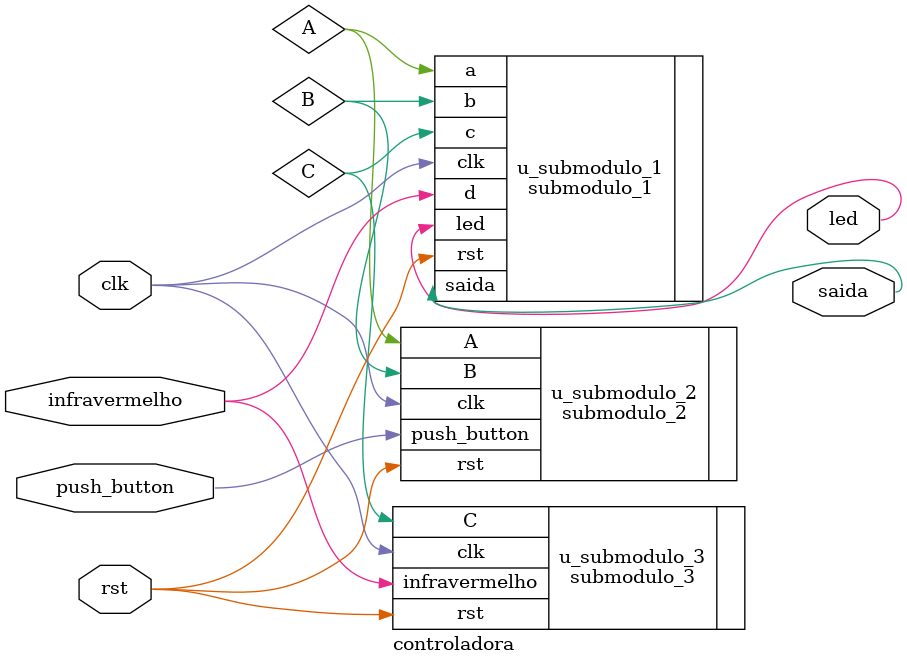
<source format=sv>
module controladora #(
  parameter DEBOUNCE_P = 300,          // Tempo de debounce do botão (em ms)
  parameter SWITCH_MODE_MIN_T = 5000, // Tempo mínimo para mudar o modo (em ms)
  parameter AUTO_SHUTDOWN_T = 30000   // Tempo de desligamento automático (em ms)
) (
  input wire clk, rst,                 // Clock e reset
  input logic infravermelho,           // Sinal de infravermelho
  input logic push_button,             // Botão de controle
  output logic led, saida              // Saídas do sistema
);

// Sinais internos para comunicação entre os submódulos
logic A, B, C;                         // Saídas dos submódulos

// Instância do submódulo 1 (máquina principal)
submodulo_1 u_submodulo_1 (
  .clk(clk),
  .rst(rst),
  .a(A),
  .b(B),
  .c(C),
  .d(infravermelho),
  .led(led),
  .saida(saida)
);

// Instância do submódulo 2 (controle do botão)
submodulo_2 #(
  .DEBOUNCE_P(DEBOUNCE_P),
  .SWITCH_MODE_MIN_T(SWITCH_MODE_MIN_T)
) u_submodulo_2 (
  .clk(clk),
  .rst(rst),
  .push_button(push_button),
  .A(A),
  .B(B)
);

// Instância do submódulo 3 (controle do infravermelho)
submodulo_3 #(
  .AUTO_SHUTDOWN_T(AUTO_SHUTDOWN_T)
) u_submodulo_3 (
  .clk(clk),
  .rst(rst),
  .infravermelho(infravermelho),
  .C(C)
);

endmodule
</source>
